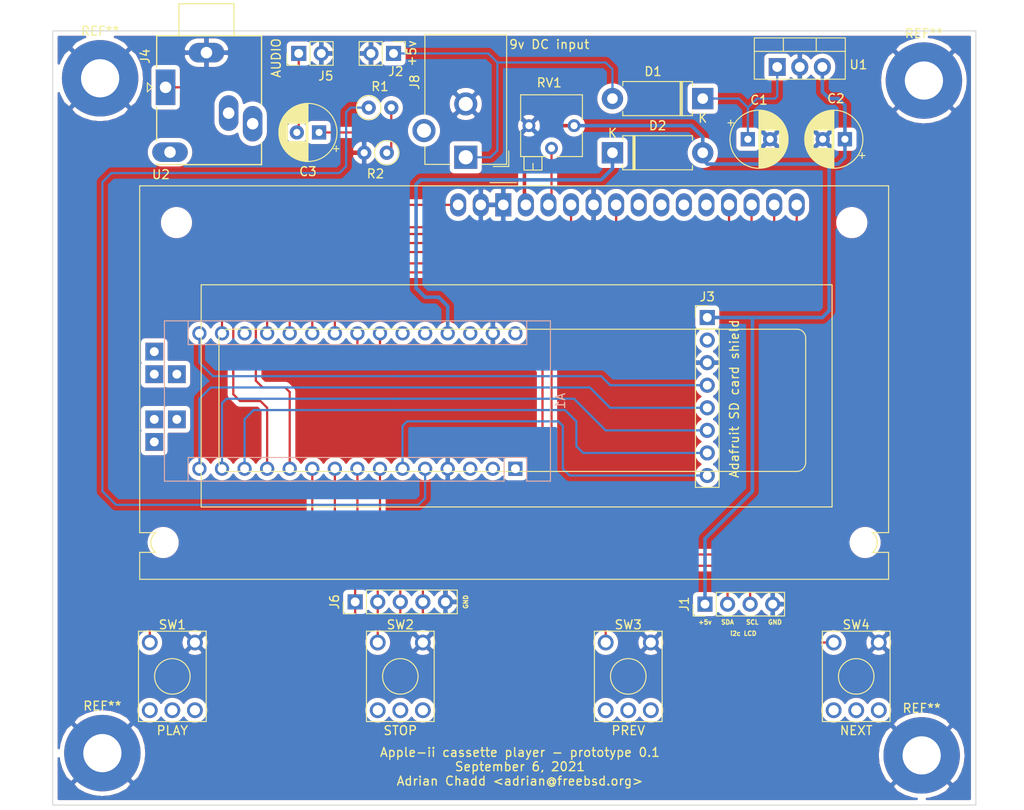
<source format=kicad_pcb>
(kicad_pcb (version 20171130) (host pcbnew 5.1.10)
  (layers (0 F.Cu signal) (31 B.Cu signal) (34 B.Paste user) (35 F.Paste user) (36 B.SilkS user) (37 F.SilkS user) (38 B.Mask user) (39 F.Mask user) (44 Edge.Cuts user))
  (net 0 "")
  (net 1 "Net-(A1-Pad1)")
  (net 2 "Net-(A1-Pad2)")
  (net 3 "Net-(A1-Pad3)")
  (net 4 LCD_A0)
  (net 5 GND)
  (net 6 LCD_A1)
  (net 7 NANO_AUDIO_OUTPUT)
  (net 8 LCD_A2)
  (net 9 SDCARD_CD)
  (net 10 LCD_A3)
  (net 11 BUTTON_PLAY)
  (net 12 LCD_I2C_SDA)
  (net 13 BUTTON_STOP)
  (net 14 LCD_I2C_SCL)
  (net 15 BUTTON_PREV)
  (net 16 BUTTON_NEXT)
  (net 17 LCD_D8)
  (net 18 "Net-(A1-Pad27)")
  (net 19 LCD_D9)
  (net 20 SDCARD_CS)
  (net 21 SDCARD_DI)
  (net 22 SDCARD_DO)
  (net 23 SDCARD_CLK)
  (net 24 "Net-(C1-Pad1)")
  (net 25 +5V)
  (net 26 "Net-(C3-Pad1)")
  (net 27 AUDIO_OUT)
  (net 28 "Net-(J3-Pad2)")
  (net 29 "Net-(J4-PadTN)")
  (net 30 "Net-(U2-Pad7)")
  (net 31 "Net-(U2-Pad8)")
  (net 32 "Net-(U2-Pad9)")
  (net 33 "Net-(U2-Pad10)")
  (net 34 "Net-(RV1-Pad2)")
  (net 35 +3V3)
  (net 36 "Net-(A1-Pad18)")
  (net 37 "Net-(A1-Pad25)")
  (net 38 "Net-(A1-Pad26)")
  (net 39 "Net-(A1-Pad28)")
  (net 40 "Net-(A1-Pad30)")
  (net 41 PWR_IN)
  (net 42 "Net-(J8-Pad3)")
  (net 43 "Net-(J4-PadRN)")
  (net 44 "Net-(J4-PadR)")
  (module MountingHole:MountingHole_4.3mm_M4_Pad (layer F.Cu) (at 110.49 106.934)
    (fp_text reference REF** (at 0 -5.3) (layer F.SilkS))
    (fp_text value MountingHole_4.3mm_M4_Pad)
    (pad 1 thru_hole circle (at 0 0) (size 8.6 8.6) (drill 4.3) (layers *.Cu *.Mask) (net 5 GND))
  )
  (module MountingHole:MountingHole_4.3mm_M4_Pad (layer F.Cu) (at 18.288 106.68)
    (fp_text reference REF** (at 0 -5.3) (layer F.SilkS))
    (fp_text value MountingHole_4.3mm_M4_Pad)
    (pad 1 thru_hole circle (at 0 0) (size 8.6 8.6) (drill 4.3) (layers *.Cu *.Mask) (net 5 GND))
  )
  (module MountingHole:MountingHole_4.3mm_M4_Pad (layer F.Cu) (at 18.034 30.734)
    (fp_text reference REF** (at 0 -5.3) (layer F.SilkS))
    (fp_text value MountingHole_4.3mm_M4_Pad)
    (pad 1 thru_hole circle (at 0 0) (size 8.6 8.6) (drill 4.3) (layers *.Cu *.Mask) (net 5 GND))
  )
  (module MountingHole:MountingHole_4.3mm_M4_Pad (layer F.Cu) (at 110.744 30.988)
    (fp_text reference REF** (at 0 -5.3) (layer F.SilkS))
    (fp_text value MountingHole_4.3mm_M4_Pad)
    (pad 1 thru_hole circle (at 0 0) (size 8.6 8.6) (drill 4.3) (layers *.Cu *.Mask) (net 5 GND))
  )
  (module Display:RC1602A (layer F.Cu) (at 63.407001 44.978001)
    (fp_text reference U2 (at -38.53 -3.41 180) (layer F.SilkS))
    (fp_text value RC1602A)
    (pad 1 thru_hole rect (at 0 0 180) (size 1.8 2.6) (drill 1.2) (layers *.Cu *.Mask) (net 5 GND))
    (pad 2 thru_hole oval (at 2.54 0 180) (size 1.8 2.6) (drill 1.2) (layers *.Cu *.Mask) (net 25 +5V))
    (pad 3 thru_hole oval (at 5.08 0 180) (size 1.8 2.6) (drill 1.2) (layers *.Cu *.Mask) (net 34 "Net-(RV1-Pad2)"))
    (pad 4 thru_hole oval (at 7.62 0 180) (size 1.8 2.6) (drill 1.2) (layers *.Cu *.Mask) (net 19 LCD_D9))
    (pad 5 thru_hole oval (at 10.16 0 180) (size 1.8 2.6) (drill 1.2) (layers *.Cu *.Mask) (net 5 GND))
    (pad 6 thru_hole oval (at 12.7 0 180) (size 1.8 2.6) (drill 1.2) (layers *.Cu *.Mask) (net 17 LCD_D8))
    (pad 7 thru_hole oval (at 15.24 0 180) (size 1.8 2.6) (drill 1.2) (layers *.Cu *.Mask) (net 30 "Net-(U2-Pad7)"))
    (pad 8 thru_hole oval (at 17.78 0 180) (size 1.8 2.6) (drill 1.2) (layers *.Cu *.Mask) (net 31 "Net-(U2-Pad8)"))
    (pad 9 thru_hole oval (at 20.32 0 180) (size 1.8 2.6) (drill 1.2) (layers *.Cu *.Mask) (net 32 "Net-(U2-Pad9)"))
    (pad 10 thru_hole oval (at 22.86 0 180) (size 1.8 2.6) (drill 1.2) (layers *.Cu *.Mask) (net 33 "Net-(U2-Pad10)"))
    (pad 11 thru_hole oval (at 25.4 0 180) (size 1.8 2.6) (drill 1.2) (layers *.Cu *.Mask) (net 4 LCD_A0))
    (pad 12 thru_hole oval (at 27.94 0 180) (size 1.8 2.6) (drill 1.2) (layers *.Cu *.Mask) (net 6 LCD_A1))
    (pad 13 thru_hole oval (at 30.48508 0.00254 180) (size 1.8 2.6) (drill 1.2) (layers *.Cu *.Mask) (net 8 LCD_A2))
    (pad 14 thru_hole oval (at 33.02 0 180) (size 1.8 2.6) (drill 1.2) (layers *.Cu *.Mask) (net 10 LCD_A3))
    (pad 15 thru_hole oval (at -5.08 0 180) (size 1.8 2.6) (drill 1.2) (layers *.Cu *.Mask) (net 35 +3V3))
    (pad 16 thru_hole oval (at -2.53492 0.00254 180) (size 1.8 2.6) (drill 1.2) (layers *.Cu *.Mask) (net 5 GND))
    (pad "" np_thru_hole circle (at 39.22 2 180) (size 2.5 2.5) (drill 2.5) (layers *.Cu *.Mask))
    (pad "" np_thru_hole circle (at 40.72 38 180) (size 2.5 2.5) (drill 2.5) (layers *.Cu *.Mask))
    (pad "" np_thru_hole circle (at -38.28 38 180) (size 2.5 2.5) (drill 2.5) (layers *.Cu *.Mask))
    (pad "" np_thru_hole circle (at -36.78 2 180) (size 2.5 2.5) (drill 2.5) (layers *.Cu *.Mask))
    (pad A1 thru_hole rect (at -39.28 26.68 180) (size 2 2) (drill 1) (layers *.Cu *.Mask))
    (pad A1 thru_hole rect (at -39.28 24.14 180) (size 2 2) (drill 1) (layers *.Cu *.Mask))
    (pad A1 thru_hole rect (at -36.74 24.14 180) (size 2 2) (drill 1) (layers *.Cu *.Mask))
    (pad K1 thru_hole rect (at -36.74 19.06 180) (size 2 2) (drill 1) (layers *.Cu *.Mask))
    (pad K1 thru_hole rect (at -39.28 19.06 180) (size 2 2) (drill 1) (layers *.Cu *.Mask))
    (pad K1 thru_hole rect (at -39.28 16.52 180) (size 2 2) (drill 1) (layers *.Cu *.Mask))
  )
  (module Connector_PinHeader_2.54mm:PinHeader_1x04_P2.54mm_Vertical (layer F.Cu) (at 86.106 89.916 90)
    (fp_text reference J1 (at 0 -2.33 90) (layer F.SilkS))
    (fp_text value LCD_I2C)
    (pad 1 thru_hole rect (at 0 0 90) (size 1.7 1.7) (drill 1) (layers *.Cu *.Mask) (net 25 +5V))
    (pad 2 thru_hole oval (at 0 2.54 90) (size 1.7 1.7) (drill 1) (layers *.Cu *.Mask) (net 12 LCD_I2C_SDA))
    (pad 3 thru_hole oval (at 0 5.08 90) (size 1.7 1.7) (drill 1) (layers *.Cu *.Mask) (net 14 LCD_I2C_SCL))
    (pad 4 thru_hole oval (at 0 7.62 90) (size 1.7 1.7) (drill 1) (layers *.Cu *.Mask) (net 5 GND))
  )
  (module Connector_PinHeader_2.54mm:PinHeader_1x02_P2.54mm_Vertical (layer F.Cu) (at 51.054 27.94 270)
    (fp_text reference J2 (at 2.032 -0.254 180) (layer F.SilkS))
    (fp_text value POWER)
    (pad 2 thru_hole oval (at 0 2.54 270) (size 1.7 1.7) (drill 1) (layers *.Cu *.Mask) (net 5 GND))
    (pad 1 thru_hole rect (at 0 0 270) (size 1.7 1.7) (drill 1) (layers *.Cu *.Mask) (net 41 PWR_IN))
  )
  (module Connector_PinHeader_2.54mm:PinHeader_1x08_P2.54mm_Vertical (layer F.Cu) (at 86.36 57.658)
    (fp_text reference J3 (at 0 -2.33) (layer F.SilkS))
    (fp_text value ADAFRUIT_SDCARD)
    (pad 1 thru_hole rect (at 0 0) (size 1.7 1.7) (drill 1) (layers *.Cu *.Mask) (net 25 +5V))
    (pad 2 thru_hole oval (at 0 2.54) (size 1.7 1.7) (drill 1) (layers *.Cu *.Mask) (net 28 "Net-(J3-Pad2)"))
    (pad 3 thru_hole oval (at 0 5.08) (size 1.7 1.7) (drill 1) (layers *.Cu *.Mask) (net 5 GND))
    (pad 4 thru_hole oval (at 0 7.62) (size 1.7 1.7) (drill 1) (layers *.Cu *.Mask) (net 23 SDCARD_CLK))
    (pad 5 thru_hole oval (at 0 10.16) (size 1.7 1.7) (drill 1) (layers *.Cu *.Mask) (net 22 SDCARD_DO))
    (pad 6 thru_hole oval (at 0 12.7) (size 1.7 1.7) (drill 1) (layers *.Cu *.Mask) (net 21 SDCARD_DI))
    (pad 7 thru_hole oval (at 0 15.24) (size 1.7 1.7) (drill 1) (layers *.Cu *.Mask) (net 20 SDCARD_CS))
    (pad 8 thru_hole oval (at 0 17.78) (size 1.7 1.7) (drill 1) (layers *.Cu *.Mask) (net 9 SDCARD_CD))
  )
  (module Connector_PinHeader_2.54mm:PinHeader_1x02_P2.54mm_Vertical (layer F.Cu) (at 40.386 27.94 90)
    (fp_text reference J5 (at -2.54 3.048 180) (layer F.SilkS))
    (fp_text value AUDIO)
    (pad 1 thru_hole rect (at 0 0 90) (size 1.7 1.7) (drill 1) (layers *.Cu *.Mask) (net 27 AUDIO_OUT))
    (pad 2 thru_hole oval (at 0 2.54 90) (size 1.7 1.7) (drill 1) (layers *.Cu *.Mask) (net 5 GND))
  )
  (module Connector_PinHeader_2.54mm:PinHeader_1x05_P2.54mm_Vertical (layer F.Cu) (at 46.736 89.662 90)
    (fp_text reference J6 (at 0 -2.33 90) (layer F.SilkS))
    (fp_text value BUTTONS)
    (pad 1 thru_hole rect (at 0 0 90) (size 1.7 1.7) (drill 1) (layers *.Cu *.Mask) (net 11 BUTTON_PLAY))
    (pad 2 thru_hole oval (at 0 2.54 90) (size 1.7 1.7) (drill 1) (layers *.Cu *.Mask) (net 13 BUTTON_STOP))
    (pad 3 thru_hole oval (at 0 5.08 90) (size 1.7 1.7) (drill 1) (layers *.Cu *.Mask) (net 15 BUTTON_PREV))
    (pad 4 thru_hole oval (at 0 7.62 90) (size 1.7 1.7) (drill 1) (layers *.Cu *.Mask) (net 16 BUTTON_NEXT))
    (pad 5 thru_hole oval (at 0 10.16 90) (size 1.7 1.7) (drill 1) (layers *.Cu *.Mask) (net 5 GND))
  )
  (module Resistor_THT:R_Axial_DIN0207_L6.3mm_D2.5mm_P2.54mm_Vertical (layer F.Cu) (at 48.26 34.036)
    (fp_text reference R1 (at 1.27 -2.37) (layer F.SilkS))
    (fp_text value 3.9K)
    (pad 1 thru_hole circle (at 0 0) (size 1.6 1.6) (drill 0.8) (layers *.Cu *.Mask) (net 7 NANO_AUDIO_OUTPUT))
    (pad 2 thru_hole oval (at 2.54 0) (size 1.6 1.6) (drill 0.8) (layers *.Cu *.Mask) (net 26 "Net-(C3-Pad1)"))
  )
  (module Resistor_THT:R_Axial_DIN0207_L6.3mm_D2.5mm_P2.54mm_Vertical (layer F.Cu) (at 50.292 39.116 180)
    (fp_text reference R2 (at 1.27 -2.37) (layer F.SilkS))
    (fp_text value 1K)
    (pad 2 thru_hole oval (at 2.54 0 180) (size 1.6 1.6) (drill 0.8) (layers *.Cu *.Mask) (net 5 GND))
    (pad 1 thru_hole circle (at 0 0 180) (size 1.6 1.6) (drill 0.8) (layers *.Cu *.Mask) (net 26 "Net-(C3-Pad1)"))
  )
  (module Button_Switch_THT:KSA_Tactile_SPST (layer F.Cu) (at 23.622 94.234)
    (fp_text reference SW1 (at 2.54 -2) (layer F.SilkS))
    (fp_text value PLAY)
    (pad 1 thru_hole circle (at 0 0) (size 1.778 1.778) (drill 1.143) (layers *.Cu *.Mask) (net 11 BUTTON_PLAY))
    (pad 2 thru_hole circle (at 5.08 0) (size 1.778 1.778) (drill 1.143) (layers *.Cu *.Mask) (net 5 GND))
    (pad 3 thru_hole circle (at 5.08 7.62) (size 1.778 1.778) (drill 1.143) (layers *.Cu *.Mask))
    (pad 4 thru_hole circle (at 2.54 7.62) (size 1.778 1.778) (drill 1.143) (layers *.Cu *.Mask))
    (pad 5 thru_hole circle (at 0 7.62) (size 1.778 1.778) (drill 1.143) (layers *.Cu *.Mask))
  )
  (module Button_Switch_THT:KSA_Tactile_SPST (layer F.Cu) (at 49.276 94.234)
    (fp_text reference SW2 (at 2.54 -2) (layer F.SilkS))
    (fp_text value STOP)
    (pad 5 thru_hole circle (at 0 7.62) (size 1.778 1.778) (drill 1.143) (layers *.Cu *.Mask))
    (pad 4 thru_hole circle (at 2.54 7.62) (size 1.778 1.778) (drill 1.143) (layers *.Cu *.Mask))
    (pad 3 thru_hole circle (at 5.08 7.62) (size 1.778 1.778) (drill 1.143) (layers *.Cu *.Mask))
    (pad 2 thru_hole circle (at 5.08 0) (size 1.778 1.778) (drill 1.143) (layers *.Cu *.Mask) (net 5 GND))
    (pad 1 thru_hole circle (at 0 0) (size 1.778 1.778) (drill 1.143) (layers *.Cu *.Mask) (net 13 BUTTON_STOP))
  )
  (module Button_Switch_THT:KSA_Tactile_SPST (layer F.Cu) (at 74.93 94.234)
    (fp_text reference SW3 (at 2.54 -2) (layer F.SilkS))
    (fp_text value PREV)
    (pad 1 thru_hole circle (at 0 0) (size 1.778 1.778) (drill 1.143) (layers *.Cu *.Mask) (net 15 BUTTON_PREV))
    (pad 2 thru_hole circle (at 5.08 0) (size 1.778 1.778) (drill 1.143) (layers *.Cu *.Mask) (net 5 GND))
    (pad 3 thru_hole circle (at 5.08 7.62) (size 1.778 1.778) (drill 1.143) (layers *.Cu *.Mask))
    (pad 4 thru_hole circle (at 2.54 7.62) (size 1.778 1.778) (drill 1.143) (layers *.Cu *.Mask))
    (pad 5 thru_hole circle (at 0 7.62) (size 1.778 1.778) (drill 1.143) (layers *.Cu *.Mask))
  )
  (module Button_Switch_THT:KSA_Tactile_SPST (layer F.Cu) (at 100.584 94.234)
    (fp_text reference SW4 (at 2.54 -2) (layer F.SilkS))
    (fp_text value NEXT)
    (pad 5 thru_hole circle (at 0 7.62) (size 1.778 1.778) (drill 1.143) (layers *.Cu *.Mask))
    (pad 4 thru_hole circle (at 2.54 7.62) (size 1.778 1.778) (drill 1.143) (layers *.Cu *.Mask))
    (pad 3 thru_hole circle (at 5.08 7.62) (size 1.778 1.778) (drill 1.143) (layers *.Cu *.Mask))
    (pad 2 thru_hole circle (at 5.08 0) (size 1.778 1.778) (drill 1.143) (layers *.Cu *.Mask) (net 5 GND))
    (pad 1 thru_hole circle (at 0 0) (size 1.778 1.778) (drill 1.143) (layers *.Cu *.Mask) (net 16 BUTTON_NEXT))
  )
  (module Package_TO_SOT_THT:TO-220-3_Vertical (layer F.Cu) (at 94.234 29.464)
    (fp_text reference U1 (at 9.144 -0.254) (layer F.SilkS))
    (fp_text value LM7805_TO220)
    (pad 1 thru_hole rect (at 0 0) (size 1.905 2) (drill 1.1) (layers *.Cu *.Mask) (net 24 "Net-(C1-Pad1)"))
    (pad 2 thru_hole oval (at 2.54 0) (size 1.905 2) (drill 1.1) (layers *.Cu *.Mask) (net 5 GND))
    (pad 3 thru_hole oval (at 5.08 0) (size 1.905 2) (drill 1.1) (layers *.Cu *.Mask) (net 25 +5V))
  )
  (module Potentiometer_THT:Potentiometer_Bourns_3266P_Horizontal (layer F.Cu) (at 66.294 36.068 90)
    (fp_text reference RV1 (at 4.826 2.286 180) (layer F.SilkS))
    (fp_text value 10k)
    (pad 1 thru_hole circle (at 0 0 90) (size 1.44 1.44) (drill 0.8) (layers *.Cu *.Mask) (net 5 GND))
    (pad 2 thru_hole circle (at -2.54 2.54 90) (size 1.44 1.44) (drill 0.8) (layers *.Cu *.Mask) (net 34 "Net-(RV1-Pad2)"))
    (pad 3 thru_hole circle (at 0 5.08 90) (size 1.44 1.44) (drill 0.8) (layers *.Cu *.Mask) (net 25 +5V))
  )
  (module Diode_THT:D_DO-15_P10.16mm_Horizontal (layer F.Cu) (at 85.852 33.02 180)
    (fp_text reference D1 (at 5.588 3.048) (layer F.SilkS))
    (fp_text value 1n4001)
    (fp_text user K (at 0 -2.2) (layer F.SilkS))
    (pad 2 thru_hole oval (at 10.16 0 180) (size 2.4 2.4) (drill 1.2) (layers *.Cu *.Mask) (net 41 PWR_IN))
    (pad 1 thru_hole rect (at 0 0 180) (size 2.4 2.4) (drill 1.2) (layers *.Cu *.Mask) (net 24 "Net-(C1-Pad1)"))
  )
  (module Diode_THT:D_DO-15_P10.16mm_Horizontal (layer F.Cu) (at 75.692 39.116)
    (fp_text reference D2 (at 5.08 -3.048) (layer F.SilkS))
    (fp_text value 1n4001)
    (fp_text user K (at 0 -2.2) (layer F.SilkS))
    (pad 1 thru_hole rect (at 0 0) (size 2.4 2.4) (drill 1.2) (layers *.Cu *.Mask) (net 18 "Net-(A1-Pad27)"))
    (pad 2 thru_hole oval (at 10.16 0) (size 2.4 2.4) (drill 1.2) (layers *.Cu *.Mask) (net 25 +5V))
  )
  (module Capacitor_THT:CP_Radial_D6.3mm_P2.50mm (layer F.Cu) (at 90.932 37.592)
    (fp_text reference C1 (at 1.25 -4.4) (layer F.SilkS))
    (fp_text value 10uF)
    (pad 2 thru_hole circle (at 2.5 0) (size 1.6 1.6) (drill 0.8) (layers *.Cu *.Mask) (net 5 GND))
    (pad 1 thru_hole rect (at 0 0) (size 1.6 1.6) (drill 0.8) (layers *.Cu *.Mask) (net 24 "Net-(C1-Pad1)"))
  )
  (module Capacitor_THT:CP_Radial_D6.3mm_P2.50mm (layer F.Cu) (at 101.854 37.592 180)
    (fp_text reference C2 (at 1.016 4.572) (layer F.SilkS))
    (fp_text value 10uF)
    (pad 1 thru_hole rect (at 0 0 180) (size 1.6 1.6) (drill 0.8) (layers *.Cu *.Mask) (net 25 +5V))
    (pad 2 thru_hole circle (at 2.5 0 180) (size 1.6 1.6) (drill 0.8) (layers *.Cu *.Mask) (net 5 GND))
  )
  (module Capacitor_THT:CP_Radial_D6.3mm_P2.50mm (layer F.Cu) (at 42.672 36.83 180)
    (fp_text reference C3 (at 1.25 -4.4) (layer F.SilkS))
    (fp_text value 1uF)
    (pad 1 thru_hole rect (at 0 0 180) (size 1.6 1.6) (drill 0.8) (layers *.Cu *.Mask) (net 26 "Net-(C3-Pad1)"))
    (pad 2 thru_hole circle (at 2.5 0 180) (size 1.6 1.6) (drill 0.8) (layers *.Cu *.Mask) (net 27 AUDIO_OUT))
  )
  (module Module:Arduino_Nano (layer B.Cu) (at 64.77 74.676 90)
    (fp_text reference A1 (at 7.62 5.08 270) (layer B.SilkS) (effects (justify mirror)))
    (fp_text value Arduino_Nano_v2.x)
    (pad 1 thru_hole rect (at 0 0 90) (size 1.6 1.6) (drill 1) (layers *.Cu *.Mask) (net 1 "Net-(A1-Pad1)"))
    (pad 17 thru_hole oval (at 15.24 -33.02 90) (size 1.6 1.6) (drill 1) (layers *.Cu *.Mask) (net 35 +3V3))
    (pad 2 thru_hole oval (at 0 -2.54 90) (size 1.6 1.6) (drill 1) (layers *.Cu *.Mask) (net 2 "Net-(A1-Pad2)"))
    (pad 18 thru_hole oval (at 15.24 -30.48 90) (size 1.6 1.6) (drill 1) (layers *.Cu *.Mask) (net 36 "Net-(A1-Pad18)"))
    (pad 3 thru_hole oval (at 0 -5.08 90) (size 1.6 1.6) (drill 1) (layers *.Cu *.Mask) (net 3 "Net-(A1-Pad3)"))
    (pad 19 thru_hole oval (at 15.24 -27.94 90) (size 1.6 1.6) (drill 1) (layers *.Cu *.Mask) (net 4 LCD_A0))
    (pad 4 thru_hole oval (at 0 -7.62 90) (size 1.6 1.6) (drill 1) (layers *.Cu *.Mask) (net 5 GND))
    (pad 20 thru_hole oval (at 15.24 -25.4 90) (size 1.6 1.6) (drill 1) (layers *.Cu *.Mask) (net 6 LCD_A1))
    (pad 5 thru_hole oval (at 0 -10.16 90) (size 1.6 1.6) (drill 1) (layers *.Cu *.Mask) (net 7 NANO_AUDIO_OUTPUT))
    (pad 21 thru_hole oval (at 15.24 -22.86 90) (size 1.6 1.6) (drill 1) (layers *.Cu *.Mask) (net 8 LCD_A2))
    (pad 6 thru_hole oval (at 0 -12.7 90) (size 1.6 1.6) (drill 1) (layers *.Cu *.Mask) (net 9 SDCARD_CD))
    (pad 22 thru_hole oval (at 15.24 -20.32 90) (size 1.6 1.6) (drill 1) (layers *.Cu *.Mask) (net 10 LCD_A3))
    (pad 7 thru_hole oval (at 0 -15.24 90) (size 1.6 1.6) (drill 1) (layers *.Cu *.Mask) (net 16 BUTTON_NEXT))
    (pad 23 thru_hole oval (at 15.24 -17.78 90) (size 1.6 1.6) (drill 1) (layers *.Cu *.Mask) (net 12 LCD_I2C_SDA))
    (pad 8 thru_hole oval (at 0 -17.78 90) (size 1.6 1.6) (drill 1) (layers *.Cu *.Mask) (net 15 BUTTON_PREV))
    (pad 24 thru_hole oval (at 15.24 -15.24 90) (size 1.6 1.6) (drill 1) (layers *.Cu *.Mask) (net 14 LCD_I2C_SCL))
    (pad 9 thru_hole oval (at 0 -20.32 90) (size 1.6 1.6) (drill 1) (layers *.Cu *.Mask) (net 13 BUTTON_STOP))
    (pad 25 thru_hole oval (at 15.24 -12.7 90) (size 1.6 1.6) (drill 1) (layers *.Cu *.Mask) (net 37 "Net-(A1-Pad25)"))
    (pad 10 thru_hole oval (at 0 -22.86 90) (size 1.6 1.6) (drill 1) (layers *.Cu *.Mask) (net 11 BUTTON_PLAY))
    (pad 26 thru_hole oval (at 15.24 -10.16 90) (size 1.6 1.6) (drill 1) (layers *.Cu *.Mask) (net 38 "Net-(A1-Pad26)"))
    (pad 11 thru_hole oval (at 0 -25.4 90) (size 1.6 1.6) (drill 1) (layers *.Cu *.Mask) (net 17 LCD_D8))
    (pad 27 thru_hole oval (at 15.24 -7.62 90) (size 1.6 1.6) (drill 1) (layers *.Cu *.Mask) (net 18 "Net-(A1-Pad27)"))
    (pad 12 thru_hole oval (at 0 -27.94 90) (size 1.6 1.6) (drill 1) (layers *.Cu *.Mask) (net 19 LCD_D9))
    (pad 28 thru_hole oval (at 15.24 -5.08 90) (size 1.6 1.6) (drill 1) (layers *.Cu *.Mask) (net 39 "Net-(A1-Pad28)"))
    (pad 13 thru_hole oval (at 0 -30.48 90) (size 1.6 1.6) (drill 1) (layers *.Cu *.Mask) (net 20 SDCARD_CS))
    (pad 29 thru_hole oval (at 15.24 -2.54 90) (size 1.6 1.6) (drill 1) (layers *.Cu *.Mask) (net 5 GND))
    (pad 14 thru_hole oval (at 0 -33.02 90) (size 1.6 1.6) (drill 1) (layers *.Cu *.Mask) (net 21 SDCARD_DI))
    (pad 30 thru_hole oval (at 15.24 0 90) (size 1.6 1.6) (drill 1) (layers *.Cu *.Mask) (net 40 "Net-(A1-Pad30)"))
    (pad 15 thru_hole oval (at 0 -35.56 90) (size 1.6 1.6) (drill 1) (layers *.Cu *.Mask) (net 22 SDCARD_DO))
    (pad 16 thru_hole oval (at 15.24 -35.56 90) (size 1.6 1.6) (drill 1) (layers *.Cu *.Mask) (net 23 SDCARD_CLK))
  )
  (module Connector_BarrelJack:BarrelJack_CUI_PJ-102AH_Horizontal (layer F.Cu) (at 59.182 39.624 180)
    (fp_text reference J8 (at 5.75 8.45 90) (layer F.SilkS))
    (fp_text value "DC Input")
    (pad 1 thru_hole rect (at 0 0 180) (size 2.6 2.6) (drill 1.6) (layers *.Cu *.Mask) (net 41 PWR_IN))
    (pad 2 thru_hole circle (at 0 6 180) (size 2.6 2.6) (drill 1.6) (layers *.Cu *.Mask) (net 5 GND))
    (pad 3 thru_hole circle (at 4.7 3 180) (size 2.6 2.6) (drill 1.6) (layers *.Cu *.Mask) (net 42 "Net-(J8-Pad3)"))
  )
  (module Connector_Audio:Jack_3.5mm_Ledino_KB3SPRS_Horizontal (layer F.Cu) (at 25.4 31.75 270)
    (fp_text reference J4 (at -3.5 2.3 90) (layer F.SilkS))
    (fp_text value AUDIO)
    (pad T thru_hole rect (at 0 0 270) (size 4 2.2) (drill 1.3) (layers *.Cu *.Mask) (net 27 AUDIO_OUT))
    (pad TN thru_hole oval (at 7.3 -0.5) (size 4 2.2) (drill 1.3) (layers *.Cu *.Mask) (net 29 "Net-(J4-PadTN)"))
    (pad RN thru_hole oval (at 2.9 -7.1 270) (size 4 2.2) (drill 1.3) (layers *.Cu *.Mask) (net 43 "Net-(J4-PadRN)"))
    (pad R thru_hole oval (at 4.1 -9.8 270) (size 4 2.2) (drill 1.3) (layers *.Cu *.Mask) (net 44 "Net-(J4-PadR)"))
    (pad S thru_hole oval (at -3.9 -4.6 270) (size 2.2 4) (drill 1.3) (layers *.Cu *.Mask) (net 5 GND))
  )
  (gr_text "9v DC input" (at 68.58 26.924) (layer F.SilkS) (effects (font (size 1 1))))
  (gr_text "i2c LCD" (at 90.424 93.218) (layer F.SilkS) (effects (font (size 0.5 0.5) (thickness 0.125))))
  (gr_text GND (at 59.182 89.662 90) (layer F.SilkS) (effects (font (size 0.5 0.5) (thickness 0.125))))
  (gr_text +5v (at 86.106 91.948) (layer F.SilkS) (effects (font (size 0.5 0.5) (thickness 0.125))))
  (gr_text GND (at 93.98 91.948) (layer F.SilkS) (effects (font (size 0.5 0.5) (thickness 0.125))))
  (gr_text SCL (at 91.44 91.948) (layer F.SilkS) (effects (font (size 0.5 0.5) (thickness 0.125))))
  (gr_text "SDA\n" (at 88.646 91.948) (layer F.SilkS) (effects (font (size 0.5 0.5) (thickness 0.125))))
  (gr_text AUDIO (at 37.846 28.448 90) (layer F.SilkS) (effects (font (size 1 1))))
  (gr_text +5v (at 53.086 27.94 90) (layer F.SilkS) (effects (font (size 1 1))))
  (gr_text "Adafruit SD card shield\n" (at 89.408 66.802 90) (layer F.SilkS) (effects (font (size 1 1))))
  (gr_text "Apple-ii cassette player - prototype 0.1\nSeptember 6, 2021\nAdrian Chadd <adrian@freebsd.org>" (at 65.278 108.204) (layer F.SilkS) (effects (font (size 1 1))))
  (gr_text NEXT (at 103.124 104.14) (layer F.SilkS) (effects (font (size 1 1))))
  (gr_text PREV (at 77.47 104.14) (layer F.SilkS) (effects (font (size 1 1))))
  (gr_text STOP (at 51.816 104.14) (layer F.SilkS) (effects (font (size 1 1))))
  (gr_text PLAY (at 26.162 104.14) (layer F.SilkS) (effects (font (size 1 1))))
  (gr_line (start 116.586 25.4) (end 116.586 112.522) (layer Edge.Cuts) (width 0.1))
  (gr_line (start 12.7 25.4) (end 116.586 25.4) (layer Edge.Cuts) (width 0.1))
  (gr_line (start 12.7 112.522) (end 12.7 25.4) (layer Edge.Cuts) (width 0.1))
  (gr_line (start 116.586 112.522) (end 12.7 112.522) (layer Edge.Cuts) (width 0.1))
  (segment (start 37.846 49.276) (end 36.83 50.292) (width 0.25) (layer F.Cu) (net 4))
  (segment (start 36.83 50.292) (end 36.83 59.69) (width 0.25) (layer F.Cu) (net 4))
  (segment (start 88.807001 47.336999) (end 86.868 49.276) (width 0.25) (layer F.Cu) (net 4))
  (segment (start 86.868 49.276) (end 37.846 49.276) (width 0.25) (layer F.Cu) (net 4))
  (segment (start 88.807001 44.978001) (end 88.807001 47.336999) (width 0.25) (layer F.Cu) (net 4))
  (segment (start 40.386 50.292) (end 39.37 51.308) (width 0.25) (layer F.Cu) (net 6))
  (segment (start 91.347001 47.590999) (end 88.646 50.292) (width 0.25) (layer F.Cu) (net 6))
  (segment (start 39.37 51.308) (end 39.37 59.436) (width 0.25) (layer F.Cu) (net 6))
  (segment (start 88.646 50.292) (end 40.386 50.292) (width 0.25) (layer F.Cu) (net 6))
  (segment (start 91.347001 44.978001) (end 91.347001 47.590999) (width 0.25) (layer F.Cu) (net 6))
  (segment (start 45.72 34.544) (end 46.228 34.036) (width 0.25) (layer B.Cu) (net 7))
  (segment (start 45.72 40.64) (end 45.72 34.544) (width 0.25) (layer B.Cu) (net 7))
  (segment (start 44.958 41.402) (end 45.72 40.64) (width 0.25) (layer B.Cu) (net 7))
  (segment (start 46.228 34.036) (end 48.26 34.036) (width 0.25) (layer B.Cu) (net 7))
  (segment (start 18.288 42.418) (end 19.304 41.402) (width 0.25) (layer B.Cu) (net 7))
  (segment (start 19.812 78.74) (end 18.288 77.216) (width 0.25) (layer B.Cu) (net 7))
  (segment (start 19.304 41.402) (end 44.958 41.402) (width 0.25) (layer B.Cu) (net 7))
  (segment (start 53.848 78.74) (end 19.812 78.74) (width 0.25) (layer B.Cu) (net 7))
  (segment (start 54.61 77.978) (end 53.848 78.74) (width 0.25) (layer B.Cu) (net 7))
  (segment (start 18.288 77.216) (end 18.288 42.418) (width 0.25) (layer B.Cu) (net 7))
  (segment (start 54.61 74.676) (end 54.61 77.978) (width 0.25) (layer B.Cu) (net 7))
  (segment (start 41.91 52.578) (end 41.91 59.436) (width 0.25) (layer F.Cu) (net 8))
  (segment (start 42.926 51.562) (end 41.91 52.578) (width 0.25) (layer F.Cu) (net 8))
  (segment (start 90.17 51.562) (end 42.926 51.562) (width 0.25) (layer F.Cu) (net 8))
  (segment (start 93.892081 47.839919) (end 90.17 51.562) (width 0.25) (layer F.Cu) (net 8))
  (segment (start 93.892081 44.980541) (end 93.892081 47.839919) (width 0.25) (layer F.Cu) (net 8))
  (segment (start 52.07 74.676) (end 52.07 69.85) (width 0.25) (layer B.Cu) (net 9))
  (segment (start 52.07 69.85) (end 52.578 69.342) (width 0.25) (layer B.Cu) (net 9))
  (segment (start 52.578 69.342) (end 69.596 69.342) (width 0.25) (layer B.Cu) (net 9))
  (segment (start 69.596 69.342) (end 70.104 69.85) (width 0.25) (layer B.Cu) (net 9))
  (segment (start 70.104 69.85) (end 70.104 74.676) (width 0.25) (layer B.Cu) (net 9))
  (segment (start 70.866 75.438) (end 86.36 75.438) (width 0.25) (layer B.Cu) (net 9))
  (segment (start 70.104 74.676) (end 70.866 75.438) (width 0.25) (layer B.Cu) (net 9))
  (segment (start 96.427001 44.978001) (end 96.427001 47.844999) (width 0.25) (layer F.Cu) (net 10))
  (segment (start 96.427001 47.844999) (end 91.694 52.578) (width 0.25) (layer F.Cu) (net 10))
  (segment (start 91.694 52.578) (end 45.212 52.578) (width 0.25) (layer F.Cu) (net 10))
  (segment (start 45.212 52.578) (end 44.45 53.34) (width 0.25) (layer F.Cu) (net 10))
  (segment (start 44.45 53.34) (end 44.45 59.436) (width 0.25) (layer F.Cu) (net 10))
  (segment (start 41.91 74.676) (end 41.91 85.09) (width 0.25) (layer F.Cu) (net 11))
  (segment (start 41.91 85.09) (end 42.926 86.106) (width 0.25) (layer F.Cu) (net 11))
  (segment (start 42.926 86.106) (end 46.228 86.106) (width 0.25) (layer F.Cu) (net 11))
  (segment (start 46.736 86.614) (end 46.736 89.662) (width 0.25) (layer F.Cu) (net 11))
  (segment (start 46.228 86.106) (end 46.736 86.614) (width 0.25) (layer F.Cu) (net 11))
  (segment (start 46.736 89.662) (end 46.736 91.186) (width 0.25) (layer F.Cu) (net 11))
  (segment (start 46.736 91.186) (end 46.228 91.694) (width 0.25) (layer F.Cu) (net 11))
  (segment (start 46.228 91.694) (end 24.13 91.694) (width 0.25) (layer F.Cu) (net 11))
  (segment (start 23.622 92.202) (end 23.622 94.234) (width 0.25) (layer F.Cu) (net 11))
  (segment (start 24.13 91.694) (end 23.622 92.202) (width 0.25) (layer F.Cu) (net 11))
  (segment (start 46.99 59.436) (end 46.99 61.976) (width 0.25) (layer F.Cu) (net 12))
  (segment (start 46.99 61.976) (end 47.752 62.738) (width 0.25) (layer F.Cu) (net 12))
  (segment (start 47.752 62.738) (end 67.056 62.738) (width 0.25) (layer F.Cu) (net 12))
  (segment (start 67.056 62.738) (end 67.818 63.5) (width 0.25) (layer F.Cu) (net 12))
  (segment (start 67.818 63.5) (end 67.818 83.566) (width 0.25) (layer F.Cu) (net 12))
  (segment (start 67.818 83.566) (end 69.85 85.598) (width 0.25) (layer F.Cu) (net 12))
  (segment (start 69.85 85.598) (end 87.884 85.598) (width 0.25) (layer F.Cu) (net 12))
  (segment (start 88.646 86.36) (end 88.646 89.916) (width 0.25) (layer F.Cu) (net 12))
  (segment (start 87.884 85.598) (end 88.646 86.36) (width 0.25) (layer F.Cu) (net 12))
  (segment (start 44.45 74.676) (end 44.45 83.82) (width 0.25) (layer F.Cu) (net 13))
  (segment (start 44.45 83.82) (end 45.212 84.582) (width 0.25) (layer F.Cu) (net 13))
  (segment (start 45.212 84.582) (end 48.768 84.582) (width 0.25) (layer F.Cu) (net 13))
  (segment (start 49.276 85.09) (end 49.276 89.662) (width 0.25) (layer F.Cu) (net 13))
  (segment (start 48.768 84.582) (end 49.276 85.09) (width 0.25) (layer F.Cu) (net 13))
  (segment (start 49.276 89.662) (end 49.276 94.234) (width 0.25) (layer F.Cu) (net 13))
  (segment (start 91.186 85.344) (end 91.186 89.916) (width 0.25) (layer F.Cu) (net 14))
  (segment (start 90.17 84.328) (end 91.186 85.344) (width 0.25) (layer F.Cu) (net 14))
  (segment (start 68.834 83.058) (end 70.104 84.328) (width 0.25) (layer F.Cu) (net 14))
  (segment (start 70.104 84.328) (end 90.17 84.328) (width 0.25) (layer F.Cu) (net 14))
  (segment (start 49.53 59.436) (end 49.53 61.468) (width 0.25) (layer F.Cu) (net 14))
  (segment (start 68.834 63.246) (end 68.834 83.058) (width 0.25) (layer F.Cu) (net 14))
  (segment (start 50.038 61.976) (end 67.564 61.976) (width 0.25) (layer F.Cu) (net 14))
  (segment (start 67.564 61.976) (end 68.834 63.246) (width 0.25) (layer F.Cu) (net 14))
  (segment (start 49.53 61.468) (end 50.038 61.976) (width 0.25) (layer F.Cu) (net 14))
  (segment (start 46.99 74.676) (end 46.99 82.55) (width 0.25) (layer F.Cu) (net 15))
  (segment (start 46.99 82.55) (end 47.498 83.058) (width 0.25) (layer F.Cu) (net 15))
  (segment (start 47.498 83.058) (end 51.054 83.058) (width 0.25) (layer F.Cu) (net 15))
  (segment (start 51.816 83.82) (end 51.816 89.662) (width 0.25) (layer F.Cu) (net 15))
  (segment (start 51.054 83.058) (end 51.816 83.82) (width 0.25) (layer F.Cu) (net 15))
  (segment (start 51.816 89.662) (end 51.816 91.186) (width 0.25) (layer F.Cu) (net 15))
  (segment (start 51.816 91.186) (end 52.832 92.202) (width 0.25) (layer F.Cu) (net 15))
  (segment (start 52.832 92.202) (end 74.168 92.202) (width 0.25) (layer F.Cu) (net 15))
  (segment (start 74.93 92.964) (end 74.93 94.234) (width 0.25) (layer F.Cu) (net 15))
  (segment (start 74.168 92.202) (end 74.93 92.964) (width 0.25) (layer F.Cu) (net 15))
  (segment (start 49.53 74.676) (end 49.53 81.28) (width 0.25) (layer F.Cu) (net 16))
  (segment (start 49.53 81.28) (end 49.784 81.534) (width 0.25) (layer F.Cu) (net 16))
  (segment (start 49.784 81.534) (end 53.594 81.534) (width 0.25) (layer F.Cu) (net 16))
  (segment (start 54.356 82.296) (end 54.356 89.662) (width 0.25) (layer F.Cu) (net 16))
  (segment (start 53.594 81.534) (end 54.356 82.296) (width 0.25) (layer F.Cu) (net 16))
  (segment (start 54.356 89.662) (end 54.356 90.932) (width 0.25) (layer F.Cu) (net 16))
  (segment (start 54.356 90.932) (end 54.864 91.44) (width 0.25) (layer F.Cu) (net 16))
  (segment (start 54.864 91.44) (end 82.042 91.44) (width 0.25) (layer F.Cu) (net 16))
  (segment (start 82.042 91.44) (end 84.836 94.234) (width 0.25) (layer F.Cu) (net 16))
  (segment (start 84.836 94.234) (end 100.584 94.234) (width 0.25) (layer F.Cu) (net 16))
  (segment (start 71.027001 44.978001) (end 71.027001 47.082999) (width 0.25) (layer F.Cu) (net 19))
  (segment (start 71.027001 47.082999) (end 70.612 47.498) (width 0.25) (layer F.Cu) (net 19))
  (segment (start 33.02 56.642) (end 33.02 48.514) (width 0.25) (layer F.Cu) (net 19))
  (segment (start 33.02 56.642) (end 33.02 56.388) (width 0.25) (layer F.Cu) (net 19))
  (segment (start 34.036 47.498) (end 36.576 47.498) (width 0.25) (layer F.Cu) (net 19))
  (segment (start 33.02 48.514) (end 34.036 47.498) (width 0.25) (layer F.Cu) (net 19))
  (segment (start 36.576 47.498) (end 36.322 47.498) (width 0.25) (layer F.Cu) (net 19))
  (segment (start 70.612 47.498) (end 36.576 47.498) (width 0.25) (layer F.Cu) (net 19))
  (segment (start 76.107001 47.336999) (end 76.107001 44.978001) (width 0.25) (layer F.Cu) (net 17))
  (segment (start 75.184 48.26) (end 76.107001 47.336999) (width 0.25) (layer F.Cu) (net 17))
  (segment (start 35.56 56.642) (end 35.56 56.388) (width 0.25) (layer F.Cu) (net 17))
  (segment (start 35.56 64.008) (end 35.56 56.642) (width 0.25) (layer F.Cu) (net 17))
  (segment (start 35.56 49.022) (end 36.322 48.26) (width 0.25) (layer F.Cu) (net 17))
  (segment (start 36.322 48.26) (end 75.184 48.26) (width 0.25) (layer F.Cu) (net 17))
  (segment (start 35.56 56.642) (end 35.56 49.022) (width 0.25) (layer F.Cu) (net 17))
  (segment (start 39.37 74.676) (end 39.37 66.04) (width 0.25) (layer F.Cu) (net 17))
  (segment (start 39.37 66.04) (end 38.862 65.532) (width 0.25) (layer F.Cu) (net 17))
  (segment (start 38.862 65.532) (end 36.322 65.532) (width 0.25) (layer F.Cu) (net 17))
  (segment (start 36.322 65.532) (end 35.56 64.77) (width 0.25) (layer F.Cu) (net 17))
  (segment (start 35.56 64.77) (end 35.56 64.008) (width 0.25) (layer F.Cu) (net 17))
  (segment (start 75.692 39.116) (end 75.692 40.894) (width 0.4) (layer B.Cu) (net 18))
  (segment (start 75.692 40.894) (end 74.422 42.164) (width 0.4) (layer B.Cu) (net 18))
  (segment (start 74.422 42.164) (end 54.102 42.164) (width 0.4) (layer B.Cu) (net 18))
  (segment (start 54.102 42.164) (end 53.594 42.672) (width 0.4) (layer B.Cu) (net 18))
  (segment (start 53.594 42.672) (end 53.594 54.356) (width 0.4) (layer B.Cu) (net 18))
  (segment (start 53.594 54.356) (end 54.61 55.372) (width 0.4) (layer B.Cu) (net 18))
  (segment (start 54.61 55.372) (end 56.134 55.372) (width 0.4) (layer B.Cu) (net 18))
  (segment (start 57.15 56.388) (end 57.15 59.436) (width 0.4) (layer B.Cu) (net 18))
  (segment (start 56.134 55.372) (end 57.15 56.388) (width 0.4) (layer B.Cu) (net 18))
  (segment (start 33.02 63.754) (end 33.02 66.294) (width 0.25) (layer F.Cu) (net 19))
  (segment (start 33.02 64.008) (end 33.02 63.754) (width 0.25) (layer F.Cu) (net 19))
  (segment (start 33.02 63.754) (end 33.02 56.642) (width 0.25) (layer F.Cu) (net 19))
  (segment (start 33.02 66.294) (end 33.782 67.056) (width 0.25) (layer F.Cu) (net 19))
  (segment (start 33.782 67.056) (end 36.068 67.056) (width 0.25) (layer F.Cu) (net 19))
  (segment (start 36.83 67.818) (end 36.83 74.676) (width 0.25) (layer F.Cu) (net 19))
  (segment (start 36.068 67.056) (end 36.83 67.818) (width 0.25) (layer F.Cu) (net 19))
  (segment (start 34.29 74.676) (end 34.29 69.088) (width 0.25) (layer B.Cu) (net 20))
  (segment (start 34.29 69.088) (end 35.306 68.072) (width 0.25) (layer B.Cu) (net 20))
  (segment (start 35.306 68.072) (end 51.054 68.072) (width 0.25) (layer B.Cu) (net 20))
  (segment (start 51.054 68.072) (end 51.308 68.072) (width 0.25) (layer B.Cu) (net 20))
  (segment (start 70.358 68.072) (end 71.628 69.342) (width 0.25) (layer B.Cu) (net 20))
  (segment (start 51.054 68.072) (end 70.358 68.072) (width 0.25) (layer B.Cu) (net 20))
  (segment (start 71.628 69.342) (end 71.628 72.136) (width 0.25) (layer B.Cu) (net 20))
  (segment (start 72.39 72.898) (end 86.36 72.898) (width 0.25) (layer B.Cu) (net 20))
  (segment (start 71.628 72.136) (end 72.39 72.898) (width 0.25) (layer B.Cu) (net 20))
  (segment (start 31.75 74.676) (end 31.75 67.31) (width 0.25) (layer B.Cu) (net 21))
  (segment (start 31.75 67.31) (end 32.258 66.802) (width 0.25) (layer B.Cu) (net 21))
  (segment (start 32.258 66.802) (end 51.054 66.802) (width 0.25) (layer B.Cu) (net 21))
  (segment (start 51.054 66.802) (end 51.562 66.802) (width 0.25) (layer B.Cu) (net 21))
  (segment (start 74.93 70.358) (end 86.36 70.358) (width 0.25) (layer B.Cu) (net 21))
  (segment (start 71.374 66.802) (end 74.93 70.358) (width 0.25) (layer B.Cu) (net 21))
  (segment (start 51.054 66.802) (end 71.374 66.802) (width 0.25) (layer B.Cu) (net 21))
  (segment (start 75.438 67.818) (end 86.36 67.818) (width 0.25) (layer B.Cu) (net 22))
  (segment (start 73.152 65.532) (end 75.438 67.818) (width 0.25) (layer B.Cu) (net 22))
  (segment (start 30.48 65.532) (end 73.152 65.532) (width 0.25) (layer B.Cu) (net 22))
  (segment (start 29.21 66.802) (end 30.48 65.532) (width 0.25) (layer B.Cu) (net 22))
  (segment (start 29.21 74.676) (end 29.21 66.802) (width 0.25) (layer B.Cu) (net 22))
  (segment (start 29.21 59.436) (end 29.21 62.738) (width 0.25) (layer B.Cu) (net 23))
  (segment (start 29.21 62.738) (end 30.734 64.262) (width 0.25) (layer B.Cu) (net 23))
  (segment (start 51.562 64.262) (end 74.422 64.262) (width 0.25) (layer B.Cu) (net 23))
  (segment (start 30.734 64.262) (end 51.562 64.262) (width 0.25) (layer B.Cu) (net 23))
  (segment (start 51.562 64.262) (end 51.816 64.262) (width 0.25) (layer B.Cu) (net 23))
  (segment (start 75.438 65.278) (end 86.36 65.278) (width 0.25) (layer B.Cu) (net 23))
  (segment (start 74.422 64.262) (end 75.438 65.278) (width 0.25) (layer B.Cu) (net 23))
  (segment (start 85.852 33.02) (end 89.916 33.02) (width 0.25) (layer B.Cu) (net 24))
  (segment (start 90.932 34.036) (end 90.932 37.592) (width 0.25) (layer B.Cu) (net 24))
  (segment (start 89.916 33.02) (end 90.932 34.036) (width 0.25) (layer B.Cu) (net 24))
  (segment (start 94.234 32.766) (end 94.234 29.464) (width 0.25) (layer B.Cu) (net 24))
  (segment (start 93.98 33.02) (end 94.234 32.766) (width 0.25) (layer B.Cu) (net 24))
  (segment (start 91.948 33.02) (end 93.98 33.02) (width 0.25) (layer B.Cu) (net 24))
  (segment (start 90.932 34.036) (end 91.948 33.02) (width 0.25) (layer B.Cu) (net 24))
  (segment (start 71.374 36.068) (end 84.582 36.068) (width 0.4) (layer B.Cu) (net 25))
  (segment (start 85.852 37.338) (end 85.852 39.116) (width 0.4) (layer B.Cu) (net 25))
  (segment (start 84.582 36.068) (end 85.852 37.338) (width 0.4) (layer B.Cu) (net 25))
  (segment (start 85.852 39.116) (end 85.852 39.878) (width 0.4) (layer B.Cu) (net 25))
  (segment (start 85.852 39.878) (end 86.36 40.386) (width 0.4) (layer B.Cu) (net 25))
  (segment (start 101.854 39.624) (end 101.854 37.592) (width 0.4) (layer B.Cu) (net 25))
  (segment (start 101.092 40.386) (end 101.854 39.624) (width 0.4) (layer B.Cu) (net 25))
  (segment (start 99.314 29.464) (end 99.314 32.258) (width 0.4) (layer B.Cu) (net 25))
  (segment (start 99.314 32.258) (end 100.076 33.02) (width 0.4) (layer B.Cu) (net 25))
  (segment (start 100.076 33.02) (end 101.092 33.02) (width 0.4) (layer B.Cu) (net 25))
  (segment (start 101.854 33.782) (end 101.854 37.592) (width 0.4) (layer B.Cu) (net 25))
  (segment (start 101.092 33.02) (end 101.854 33.782) (width 0.4) (layer B.Cu) (net 25))
  (segment (start 71.374 36.068) (end 68.834 36.068) (width 0.4) (layer F.Cu) (net 25))
  (segment (start 68.834 36.068) (end 65.786 39.116) (width 0.4) (layer F.Cu) (net 25))
  (segment (start 65.786 44.817) (end 65.947001 44.978001) (width 0.4) (layer F.Cu) (net 25))
  (segment (start 65.786 39.116) (end 65.786 44.817) (width 0.4) (layer F.Cu) (net 25))
  (segment (start 100.076 56.896) (end 100.076 40.386) (width 0.4) (layer B.Cu) (net 25))
  (segment (start 99.314 57.658) (end 100.076 56.896) (width 0.4) (layer B.Cu) (net 25))
  (segment (start 100.076 40.386) (end 101.092 40.386) (width 0.4) (layer B.Cu) (net 25))
  (segment (start 86.36 40.386) (end 100.076 40.386) (width 0.4) (layer B.Cu) (net 25))
  (segment (start 86.36 57.658) (end 91.44 57.658) (width 0.4) (layer B.Cu) (net 25))
  (segment (start 91.44 57.658) (end 99.314 57.658) (width 0.4) (layer B.Cu) (net 25))
  (segment (start 91.44 77.216) (end 91.44 57.658) (width 0.4) (layer B.Cu) (net 25))
  (segment (start 86.106 82.55) (end 91.44 77.216) (width 0.4) (layer B.Cu) (net 25))
  (segment (start 86.106 89.916) (end 86.106 82.55) (width 0.4) (layer B.Cu) (net 25))
  (segment (start 50.8 38.608) (end 50.292 39.116) (width 0.25) (layer F.Cu) (net 26))
  (segment (start 42.672 36.83) (end 50.8 36.83) (width 0.25) (layer F.Cu) (net 26))
  (segment (start 50.8 36.83) (end 50.8 38.608) (width 0.25) (layer F.Cu) (net 26))
  (segment (start 50.8 34.036) (end 50.8 36.83) (width 0.25) (layer F.Cu) (net 26))
  (segment (start 40.386 36.616) (end 40.172 36.83) (width 0.25) (layer F.Cu) (net 27))
  (segment (start 40.386 27.94) (end 40.386 31.242) (width 0.25) (layer F.Cu) (net 27))
  (segment (start 40.132 31.75) (end 40.386 32.004) (width 0.25) (layer F.Cu) (net 27))
  (segment (start 24.638 31.75) (end 40.132 31.75) (width 0.25) (layer F.Cu) (net 27))
  (segment (start 40.386 32.004) (end 40.386 36.616) (width 0.25) (layer F.Cu) (net 27))
  (segment (start 40.386 31.242) (end 40.386 32.004) (width 0.25) (layer F.Cu) (net 27))
  (segment (start 68.834 44.631002) (end 68.487001 44.978001) (width 0.25) (layer F.Cu) (net 34))
  (segment (start 68.834 38.608) (end 68.834 44.631002) (width 0.25) (layer F.Cu) (net 34))
  (segment (start 58.327001 44.978001) (end 34.015999 44.978001) (width 0.25) (layer F.Cu) (net 35))
  (segment (start 31.75 47.244) (end 31.75 59.436) (width 0.25) (layer F.Cu) (net 35))
  (segment (start 34.015999 44.978001) (end 31.75 47.244) (width 0.25) (layer F.Cu) (net 35))
  (segment (start 51.054 27.94) (end 61.722 27.94) (width 0.25) (layer B.Cu) (net 41))
  (segment (start 61.722 27.94) (end 62.738 28.956) (width 0.25) (layer B.Cu) (net 41))
  (segment (start 62.738 28.956) (end 62.738 38.862) (width 0.25) (layer B.Cu) (net 41))
  (segment (start 61.976 39.624) (end 59.182 39.624) (width 0.25) (layer B.Cu) (net 41))
  (segment (start 62.738 38.862) (end 61.976 39.624) (width 0.25) (layer B.Cu) (net 41))
  (segment (start 62.738 28.956) (end 74.93 28.956) (width 0.25) (layer B.Cu) (net 41))
  (segment (start 75.692 29.718) (end 75.692 33.02) (width 0.25) (layer B.Cu) (net 41))
  (segment (start 74.93 28.956) (end 75.692 29.718) (width 0.25) (layer B.Cu) (net 41))
  (zone (net 5) (net_name GND) (layer F.Cu) (connect_pads (clearance 0.508)) (min_thickness 0.254) (fill yes (arc_segments 32) (thermal_gap 0.508) (thermal_bridge_width 0.508))
    (polygon (pts (xy 116.332 25.4) (xy 116.332 112.268) (xy 12.192 112.268) (xy 12.7 25.146)))
  )
  (zone (net 5) (net_name GND) (layer B.Cu) (connect_pads (clearance 0.508)) (min_thickness 0.254) (fill yes (arc_segments 32) (thermal_gap 0.508) (thermal_bridge_width 0.508))
    (polygon (pts (xy 116.586 112.522) (xy 12.7 112.522) (xy 12.7 25.4) (xy 116.586 25.4)))
  )
)
</source>
